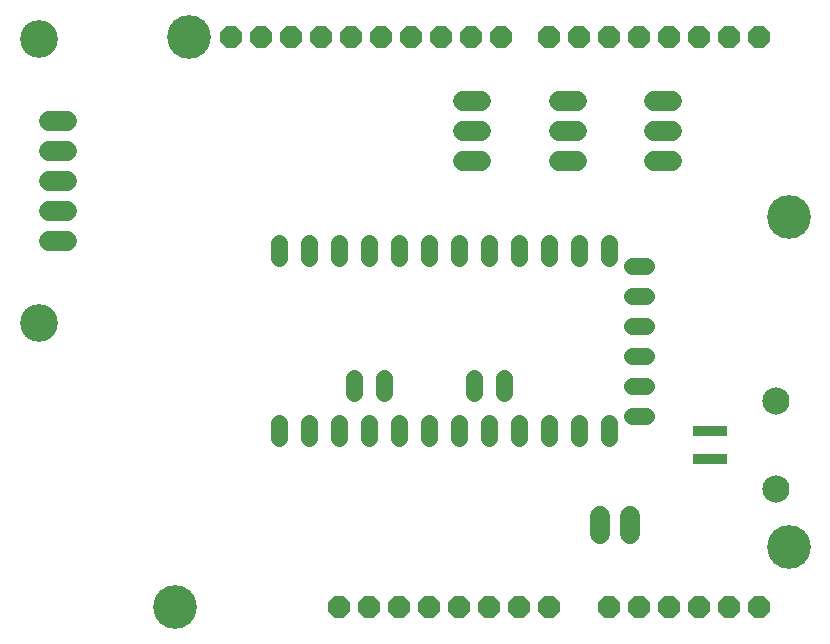
<source format=gbr>
G04 EAGLE Gerber RS-274X export*
G75*
%MOMM*%
%FSLAX34Y34*%
%LPD*%
%INSoldermask Top*%
%IPPOS*%
%AMOC8*
5,1,8,0,0,1.08239X$1,22.5*%
G01*
%ADD10C,3.703200*%
%ADD11C,3.203200*%
%ADD12C,1.727200*%
%ADD13C,1.403200*%
%ADD14P,2.034460X8X22.500000*%
%ADD15R,2.903200X0.903200*%
%ADD16C,2.303200*%


D10*
X162000Y508000D03*
X150000Y25400D03*
X670000Y76200D03*
X670000Y355600D03*
D11*
X35000Y506000D03*
X35000Y265500D03*
D12*
X510300Y102220D02*
X510300Y86980D01*
X535700Y86980D02*
X535700Y102220D01*
D13*
X518200Y321000D02*
X518200Y333000D01*
X492800Y333000D02*
X492800Y321000D01*
X467400Y321000D02*
X467400Y333000D01*
X442000Y333000D02*
X442000Y321000D01*
X416600Y321000D02*
X416600Y333000D01*
X391200Y333000D02*
X391200Y321000D01*
X365800Y321000D02*
X365800Y333000D01*
X340400Y333000D02*
X340400Y321000D01*
X315000Y321000D02*
X315000Y333000D01*
X289600Y333000D02*
X289600Y321000D01*
X264200Y321000D02*
X264200Y333000D01*
X238800Y333000D02*
X238800Y321000D01*
X518200Y180600D02*
X518200Y168600D01*
X492800Y168600D02*
X492800Y180600D01*
X467400Y180600D02*
X467400Y168600D01*
X442000Y168600D02*
X442000Y180600D01*
X416600Y180600D02*
X416600Y168600D01*
X391200Y168600D02*
X391200Y180600D01*
X365800Y180600D02*
X365800Y168600D01*
X340400Y168600D02*
X340400Y180600D01*
X315000Y180600D02*
X315000Y168600D01*
X289600Y168600D02*
X289600Y180600D01*
X264200Y180600D02*
X264200Y168600D01*
X238800Y168600D02*
X238800Y180600D01*
X537600Y314300D02*
X549600Y314300D01*
X549600Y288900D02*
X537600Y288900D01*
X537600Y263500D02*
X549600Y263500D01*
X549600Y238100D02*
X537600Y238100D01*
X537600Y212700D02*
X549600Y212700D01*
X549600Y187300D02*
X537600Y187300D01*
X302300Y206700D02*
X302300Y218700D01*
X327700Y218700D02*
X327700Y206700D01*
X403900Y206700D02*
X403900Y218700D01*
X429300Y218700D02*
X429300Y206700D01*
D14*
X543400Y508000D03*
X518000Y25400D03*
X568800Y508000D03*
X594200Y508000D03*
X619600Y508000D03*
X645000Y508000D03*
X518000Y508000D03*
X492600Y508000D03*
X467200Y508000D03*
X426560Y508000D03*
X401160Y508000D03*
X375760Y508000D03*
X350360Y508000D03*
X324960Y508000D03*
X299560Y508000D03*
X274160Y508000D03*
X248760Y508000D03*
X543400Y25400D03*
X568800Y25400D03*
X594200Y25400D03*
X619600Y25400D03*
X645000Y25400D03*
X467200Y25400D03*
X441800Y25400D03*
X416400Y25400D03*
X391000Y25400D03*
X365600Y25400D03*
X340200Y25400D03*
X223360Y508000D03*
X197960Y508000D03*
X314800Y25400D03*
X289400Y25400D03*
D12*
X59020Y334800D02*
X43780Y334800D01*
X43780Y360200D02*
X59020Y360200D01*
X59020Y385600D02*
X43780Y385600D01*
X43780Y411000D02*
X59020Y411000D01*
X59020Y436400D02*
X43780Y436400D01*
D15*
X603000Y174400D03*
X603000Y150400D03*
D16*
X659500Y199400D03*
X659500Y125400D03*
D12*
X409639Y453917D02*
X394399Y453917D01*
X394399Y428517D02*
X409639Y428517D01*
X409639Y403117D02*
X394399Y403117D01*
X475132Y453917D02*
X490372Y453917D01*
X490372Y428517D02*
X475132Y428517D01*
X475132Y403117D02*
X490372Y403117D01*
X555866Y453917D02*
X571106Y453917D01*
X571106Y428517D02*
X555866Y428517D01*
X555866Y403117D02*
X571106Y403117D01*
M02*

</source>
